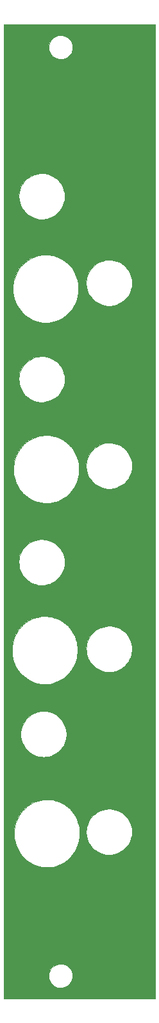
<source format=gbr>
G04 #@! TF.GenerationSoftware,KiCad,Pcbnew,(5.1.9)-1*
G04 #@! TF.CreationDate,2021-08-04T02:24:11+02:00*
G04 #@! TF.ProjectId,sequswit-panel,73657175-7377-4697-942d-70616e656c2e,rev?*
G04 #@! TF.SameCoordinates,Original*
G04 #@! TF.FileFunction,Copper,L2,Bot*
G04 #@! TF.FilePolarity,Positive*
%FSLAX46Y46*%
G04 Gerber Fmt 4.6, Leading zero omitted, Abs format (unit mm)*
G04 Created by KiCad (PCBNEW (5.1.9)-1) date 2021-08-04 02:24:11*
%MOMM*%
%LPD*%
G01*
G04 APERTURE LIST*
G04 #@! TA.AperFunction,EtchedComponent*
%ADD10C,0.010000*%
G04 #@! TD*
G04 APERTURE END LIST*
D10*
G04 #@! TO.C,Ref\u002A\u002A*
G36*
X229721834Y-192135033D02*
G01*
X209719334Y-192135033D01*
X209719334Y-189139950D01*
X215638407Y-189139950D01*
X215658058Y-189399096D01*
X215716865Y-189642156D01*
X215814854Y-189869193D01*
X215952048Y-190080270D01*
X216054676Y-190200869D01*
X216232546Y-190370157D01*
X216418115Y-190502578D01*
X216620338Y-190603579D01*
X216833703Y-190674765D01*
X216987993Y-190703165D01*
X217165729Y-190714589D01*
X217351805Y-190709546D01*
X217531116Y-190688547D01*
X217688554Y-190652101D01*
X217709750Y-190645197D01*
X217926741Y-190554469D01*
X218120903Y-190436120D01*
X218302595Y-190283570D01*
X218344750Y-190241896D01*
X218469581Y-190105346D01*
X218566095Y-189974850D01*
X218643181Y-189836270D01*
X218709729Y-189675467D01*
X218721336Y-189642895D01*
X218767416Y-189467772D01*
X218794127Y-189270617D01*
X218800565Y-189067493D01*
X218785828Y-188874462D01*
X218769628Y-188783997D01*
X218696125Y-188548773D01*
X218585544Y-188328007D01*
X218441994Y-188126374D01*
X218269583Y-187948544D01*
X218072420Y-187799192D01*
X217854613Y-187682990D01*
X217773036Y-187650569D01*
X217518219Y-187577833D01*
X217268632Y-187546946D01*
X217022608Y-187557989D01*
X216778481Y-187611041D01*
X216534583Y-187706184D01*
X216524417Y-187711055D01*
X216305235Y-187840007D01*
X216110841Y-188002365D01*
X215943949Y-188195413D01*
X215807274Y-188416433D01*
X215794640Y-188441450D01*
X215720174Y-188612918D01*
X215671577Y-188779551D01*
X215645469Y-188956454D01*
X215638407Y-189139950D01*
X209719334Y-189139950D01*
X209719334Y-170341155D01*
X211074000Y-170341155D01*
X211082161Y-170657903D01*
X211108197Y-170950349D01*
X211154439Y-171233024D01*
X211223217Y-171520461D01*
X211307968Y-171800290D01*
X211460598Y-172199682D01*
X211648514Y-172578808D01*
X211869561Y-172935627D01*
X212121582Y-173268094D01*
X212402418Y-173574169D01*
X212709915Y-173851809D01*
X213041914Y-174098972D01*
X213396259Y-174313615D01*
X213770793Y-174493697D01*
X214163358Y-174637173D01*
X214364256Y-174694168D01*
X214478786Y-174721881D01*
X214597940Y-174747830D01*
X214704429Y-174768377D01*
X214757000Y-174776875D01*
X214842108Y-174789132D01*
X214916984Y-174800233D01*
X214966368Y-174807914D01*
X214968667Y-174808297D01*
X215030861Y-174813890D01*
X215127069Y-174816582D01*
X215249093Y-174816653D01*
X215388732Y-174814386D01*
X215537789Y-174810062D01*
X215688063Y-174803963D01*
X215831356Y-174796370D01*
X215959468Y-174787566D01*
X216064200Y-174777832D01*
X216132834Y-174768301D01*
X216547062Y-174671312D01*
X216946464Y-174535583D01*
X217328756Y-174362808D01*
X217691657Y-174154680D01*
X218032883Y-173912893D01*
X218350152Y-173639138D01*
X218641182Y-173335109D01*
X218903689Y-173002499D01*
X219135392Y-172643001D01*
X219229891Y-172471200D01*
X219411371Y-172079918D01*
X219553441Y-171679487D01*
X219656760Y-171272528D01*
X219721987Y-170861663D01*
X219749783Y-170449512D01*
X219743222Y-170149253D01*
X220590511Y-170149253D01*
X220595281Y-170343223D01*
X220608415Y-170522945D01*
X220629378Y-170672033D01*
X220717382Y-171025965D01*
X220843075Y-171360903D01*
X221006047Y-171676040D01*
X221205885Y-171970572D01*
X221424500Y-172225333D01*
X221690216Y-172474951D01*
X221974824Y-172686860D01*
X222279276Y-172861568D01*
X222604523Y-172999581D01*
X222951516Y-173101406D01*
X223139000Y-173139894D01*
X223250891Y-173153346D01*
X223393767Y-173161012D01*
X223556722Y-173163189D01*
X223728846Y-173160174D01*
X223899233Y-173152267D01*
X224056974Y-173139763D01*
X224191162Y-173122962D01*
X224263576Y-173109191D01*
X224615087Y-173007614D01*
X224943055Y-172871079D01*
X225249000Y-172698751D01*
X225534438Y-172489789D01*
X225763892Y-172280925D01*
X226005913Y-172009613D01*
X226212142Y-171715982D01*
X226381745Y-171401566D01*
X226513885Y-171067902D01*
X226603737Y-170735533D01*
X226617822Y-170659847D01*
X226628068Y-170579114D01*
X226634943Y-170485347D01*
X226638916Y-170370562D01*
X226640455Y-170226773D01*
X226640361Y-170111116D01*
X226639501Y-169960511D01*
X226637688Y-169843648D01*
X226634093Y-169751935D01*
X226627883Y-169676780D01*
X226618229Y-169609592D01*
X226604300Y-169541778D01*
X226585266Y-169464748D01*
X226573561Y-169420037D01*
X226459428Y-169066031D01*
X226310980Y-168735713D01*
X226129894Y-168430653D01*
X225917847Y-168152421D01*
X225676513Y-167902588D01*
X225407570Y-167682723D01*
X225112694Y-167494398D01*
X224793561Y-167339181D01*
X224451848Y-167218645D01*
X224144417Y-167144537D01*
X224001488Y-167124343D01*
X223830594Y-167111786D01*
X223644808Y-167106857D01*
X223457204Y-167109547D01*
X223280854Y-167119848D01*
X223128830Y-167137753D01*
X223086851Y-167145206D01*
X222733027Y-167235456D01*
X222398604Y-167361830D01*
X222085637Y-167522259D01*
X221796185Y-167714674D01*
X221532303Y-167937007D01*
X221296050Y-168187189D01*
X221089480Y-168463151D01*
X220914652Y-168762825D01*
X220773622Y-169084142D01*
X220668447Y-169425032D01*
X220626732Y-169619551D01*
X220606202Y-169773649D01*
X220594140Y-169954806D01*
X220590511Y-170149253D01*
X219743222Y-170149253D01*
X219740805Y-170038699D01*
X219695713Y-169631844D01*
X219615168Y-169231570D01*
X219499827Y-168840497D01*
X219350350Y-168461248D01*
X219167397Y-168096445D01*
X218951626Y-167748709D01*
X218703697Y-167420661D01*
X218424270Y-167114924D01*
X218114003Y-166834120D01*
X217773556Y-166580869D01*
X217743635Y-166560953D01*
X217376660Y-166343547D01*
X216995719Y-166165580D01*
X216603088Y-166027396D01*
X216201041Y-165929339D01*
X215791852Y-165871753D01*
X215377797Y-165854982D01*
X214961151Y-165879371D01*
X214544187Y-165945263D01*
X214215308Y-166027106D01*
X213839176Y-166157642D01*
X213473203Y-166327102D01*
X213121312Y-166532538D01*
X212787425Y-166771001D01*
X212475465Y-167039543D01*
X212189352Y-167335218D01*
X211933008Y-167655077D01*
X211809067Y-167835700D01*
X211585884Y-168217899D01*
X211402922Y-168613291D01*
X211260218Y-169021747D01*
X211157810Y-169443141D01*
X211095734Y-169877345D01*
X211074028Y-170324232D01*
X211074000Y-170341155D01*
X209719334Y-170341155D01*
X209719334Y-157233584D01*
X211924701Y-157233584D01*
X211942595Y-157575877D01*
X211998644Y-157913869D01*
X212092581Y-158240604D01*
X212227893Y-158562931D01*
X212397122Y-158863396D01*
X212597315Y-159140120D01*
X212825520Y-159391223D01*
X213078784Y-159614825D01*
X213354154Y-159809048D01*
X213648680Y-159972011D01*
X213959406Y-160101835D01*
X214283382Y-160196641D01*
X214617655Y-160254549D01*
X214959273Y-160273679D01*
X215260543Y-160257275D01*
X215615299Y-160198601D01*
X215956835Y-160100604D01*
X216282426Y-159964972D01*
X216589348Y-159793391D01*
X216874879Y-159587550D01*
X217136293Y-159349138D01*
X217370867Y-159079841D01*
X217534028Y-158848533D01*
X217641316Y-158659761D01*
X217742559Y-158441217D01*
X217832807Y-158205447D01*
X217907112Y-157964998D01*
X217946546Y-157802700D01*
X217965636Y-157679958D01*
X217978677Y-157526809D01*
X217985678Y-157354589D01*
X217986652Y-157174633D01*
X217981608Y-156998278D01*
X217970556Y-156836861D01*
X217953509Y-156701719D01*
X217945479Y-156659700D01*
X217847930Y-156302228D01*
X217715179Y-155965787D01*
X217548702Y-155652257D01*
X217349973Y-155363518D01*
X217120466Y-155101450D01*
X216861657Y-154867935D01*
X216575020Y-154664852D01*
X216262030Y-154494081D01*
X216238663Y-154483151D01*
X216021625Y-154389682D01*
X215819739Y-154319113D01*
X215620385Y-154268526D01*
X215410940Y-154235001D01*
X215178784Y-154215620D01*
X215060343Y-154210632D01*
X214835618Y-154207980D01*
X214639186Y-154216611D01*
X214458090Y-154238289D01*
X214279374Y-154274779D01*
X214090081Y-154327848D01*
X214009397Y-154353816D01*
X213674358Y-154485350D01*
X213365594Y-154649493D01*
X213082013Y-154847101D01*
X212822522Y-155079028D01*
X212586029Y-155346129D01*
X212388977Y-155621882D01*
X212224060Y-155915276D01*
X212094642Y-156227836D01*
X212001256Y-156554870D01*
X211944431Y-156891684D01*
X211924701Y-157233584D01*
X209719334Y-157233584D01*
X209719334Y-146012866D01*
X210784473Y-146012866D01*
X210788228Y-146441605D01*
X210831331Y-146862533D01*
X210912194Y-147273317D01*
X211029228Y-147671628D01*
X211180845Y-148055134D01*
X211365457Y-148421504D01*
X211581474Y-148768407D01*
X211827309Y-149093512D01*
X212101372Y-149394488D01*
X212402076Y-149669004D01*
X212727831Y-149914728D01*
X213077049Y-150129330D01*
X213448142Y-150310478D01*
X213804500Y-150444608D01*
X214206964Y-150556311D01*
X214605152Y-150627159D01*
X215004104Y-150657593D01*
X215408854Y-150648056D01*
X215729945Y-150613422D01*
X216135742Y-150534518D01*
X216528102Y-150416773D01*
X216904960Y-150262126D01*
X217264248Y-150072515D01*
X217603900Y-149849878D01*
X217921850Y-149596152D01*
X218216030Y-149313275D01*
X218484375Y-149003186D01*
X218724816Y-148667821D01*
X218935289Y-148309120D01*
X219113725Y-147929020D01*
X219258059Y-147529458D01*
X219340391Y-147227913D01*
X219406774Y-146875817D01*
X219445430Y-146503880D01*
X219456313Y-146123168D01*
X219451377Y-146012866D01*
X220591042Y-146012866D01*
X220605887Y-146342027D01*
X220652193Y-146650117D01*
X220732244Y-146946736D01*
X220848323Y-147241484D01*
X220917354Y-147384813D01*
X221096204Y-147690714D01*
X221307604Y-147971325D01*
X221548658Y-148224505D01*
X221816472Y-148448109D01*
X222108150Y-148639995D01*
X222420797Y-148798020D01*
X222751518Y-148920041D01*
X223097416Y-149003915D01*
X223107250Y-149005686D01*
X223229645Y-149021437D01*
X223381541Y-149031738D01*
X223550455Y-149036552D01*
X223723903Y-149035845D01*
X223889402Y-149029580D01*
X224034467Y-149017721D01*
X224102715Y-149008529D01*
X224417849Y-148940241D01*
X224720256Y-148838233D01*
X224915426Y-148752337D01*
X225236313Y-148576592D01*
X225526773Y-148371414D01*
X225786863Y-148136751D01*
X226016637Y-147872547D01*
X226216151Y-147578747D01*
X226345811Y-147339250D01*
X226461661Y-147079773D01*
X226547577Y-146832142D01*
X226605878Y-146585313D01*
X226638884Y-146328242D01*
X226648912Y-146049884D01*
X226646329Y-145907996D01*
X226626286Y-145614004D01*
X226584752Y-145346178D01*
X226518913Y-145092691D01*
X226425953Y-144841716D01*
X226355499Y-144686405D01*
X226227760Y-144455267D01*
X226068866Y-144222204D01*
X225887454Y-143997752D01*
X225692160Y-143792447D01*
X225491622Y-143616828D01*
X225456932Y-143590157D01*
X225160451Y-143392716D01*
X224847901Y-143232912D01*
X224522615Y-143111053D01*
X224187927Y-143027448D01*
X223847172Y-142982406D01*
X223503683Y-142976234D01*
X223160796Y-143009241D01*
X222821843Y-143081736D01*
X222490159Y-143194027D01*
X222267018Y-143295003D01*
X221954285Y-143475121D01*
X221668823Y-143687037D01*
X221412266Y-143928862D01*
X221186249Y-144198707D01*
X220992405Y-144494683D01*
X220832369Y-144814900D01*
X220737822Y-145062905D01*
X220675847Y-145268094D01*
X220632516Y-145462686D01*
X220605591Y-145661165D01*
X220592832Y-145878014D01*
X220591042Y-146012866D01*
X219451377Y-146012866D01*
X219439377Y-145744747D01*
X219394574Y-145379684D01*
X219349212Y-145149246D01*
X219232049Y-144730024D01*
X219079070Y-144330053D01*
X218892174Y-143951112D01*
X218673257Y-143594982D01*
X218424218Y-143263442D01*
X218146955Y-142958271D01*
X217843367Y-142681251D01*
X217515351Y-142434160D01*
X217164805Y-142218778D01*
X216793628Y-142036886D01*
X216403718Y-141890263D01*
X215996973Y-141780689D01*
X215698917Y-141726346D01*
X215398362Y-141696493D01*
X215076597Y-141690404D01*
X214746948Y-141707362D01*
X214422741Y-141746651D01*
X214117304Y-141807554D01*
X214097816Y-141812396D01*
X213694751Y-141935388D01*
X213308311Y-142096372D01*
X212940713Y-142293535D01*
X212594177Y-142525060D01*
X212270921Y-142789134D01*
X211973163Y-143083941D01*
X211703122Y-143407669D01*
X211463016Y-143758501D01*
X211255063Y-144134623D01*
X211252608Y-144139616D01*
X211093094Y-144496837D01*
X210969011Y-144849466D01*
X210878037Y-145206792D01*
X210817852Y-145578104D01*
X210786134Y-145972691D01*
X210784473Y-146012866D01*
X209719334Y-146012866D01*
X209719334Y-134572283D01*
X211701024Y-134572283D01*
X211720091Y-134936442D01*
X211777495Y-135282801D01*
X211873540Y-135612088D01*
X212008528Y-135925032D01*
X212182764Y-136222360D01*
X212396550Y-136504800D01*
X212596505Y-136720768D01*
X212869020Y-136963795D01*
X213159310Y-137168459D01*
X213468134Y-137335155D01*
X213796251Y-137464282D01*
X214144420Y-137556238D01*
X214216053Y-137570118D01*
X214367480Y-137589986D01*
X214546503Y-137601026D01*
X214740579Y-137603484D01*
X214937166Y-137597612D01*
X215123723Y-137583655D01*
X215287707Y-137561865D01*
X215360250Y-137547438D01*
X215605116Y-137483059D01*
X215826625Y-137406400D01*
X216043379Y-137310797D01*
X216101798Y-137281737D01*
X216414187Y-137099928D01*
X216698605Y-136886792D01*
X216953577Y-136644022D01*
X217177627Y-136373307D01*
X217369280Y-136076338D01*
X217527061Y-135754806D01*
X217599973Y-135564935D01*
X217649030Y-135418410D01*
X217686462Y-135290333D01*
X217713736Y-135170825D01*
X217732317Y-135050009D01*
X217743672Y-134918007D01*
X217749269Y-134764939D01*
X217750574Y-134580928D01*
X217750494Y-134551116D01*
X217749683Y-134400592D01*
X217747916Y-134283818D01*
X217744363Y-134192212D01*
X217738195Y-134117191D01*
X217728581Y-134050172D01*
X217714693Y-133982572D01*
X217695700Y-133905810D01*
X217683694Y-133860037D01*
X217569001Y-133503888D01*
X217420503Y-133172186D01*
X217239688Y-132866359D01*
X217028046Y-132587834D01*
X216787065Y-132338038D01*
X216518234Y-132118399D01*
X216223043Y-131930343D01*
X215902981Y-131775298D01*
X215559535Y-131654691D01*
X215320119Y-131594508D01*
X215186186Y-131572779D01*
X215023651Y-131557176D01*
X214844633Y-131547921D01*
X214661252Y-131545235D01*
X214485627Y-131549340D01*
X214329877Y-131560458D01*
X214227834Y-131574532D01*
X213878682Y-131659170D01*
X213545187Y-131781406D01*
X213230165Y-131939118D01*
X212936432Y-132130184D01*
X212666805Y-132352481D01*
X212424099Y-132603888D01*
X212211131Y-132882282D01*
X212030717Y-133185541D01*
X211994814Y-133257157D01*
X211874997Y-133535239D01*
X211788284Y-133810591D01*
X211732348Y-134093636D01*
X211704860Y-134394796D01*
X211701024Y-134572283D01*
X209719334Y-134572283D01*
X209719334Y-122478865D01*
X210993695Y-122478865D01*
X211005658Y-122747647D01*
X211032443Y-122998396D01*
X211075638Y-123242446D01*
X211136831Y-123491129D01*
X211214241Y-123745533D01*
X211364544Y-124139149D01*
X211550479Y-124515285D01*
X211769574Y-124871316D01*
X212019356Y-125204615D01*
X212297353Y-125512555D01*
X212601093Y-125792511D01*
X212928102Y-126041856D01*
X213275909Y-126257964D01*
X213642040Y-126438209D01*
X213815084Y-126508036D01*
X214220740Y-126639807D01*
X214628048Y-126730789D01*
X215034877Y-126780686D01*
X215439097Y-126789202D01*
X215712549Y-126771087D01*
X216123937Y-126710476D01*
X216516261Y-126614090D01*
X216895656Y-126480168D01*
X217187374Y-126348115D01*
X217569223Y-126135745D01*
X217922220Y-125892427D01*
X218246016Y-125618510D01*
X218540267Y-125314345D01*
X218804625Y-124980279D01*
X219038743Y-124616663D01*
X219192883Y-124327616D01*
X219344151Y-123989720D01*
X219463813Y-123654201D01*
X219556292Y-123307068D01*
X219618611Y-122981440D01*
X219635993Y-122837857D01*
X219648070Y-122663265D01*
X219654842Y-122468650D01*
X219656311Y-122265004D01*
X219652475Y-122063315D01*
X219644057Y-121889473D01*
X220589056Y-121889473D01*
X220597699Y-122110895D01*
X220618993Y-122315986D01*
X220639484Y-122433200D01*
X220730963Y-122780943D01*
X220853771Y-123101963D01*
X221010001Y-123400151D01*
X221201747Y-123679400D01*
X221431101Y-123943603D01*
X221476522Y-123989844D01*
X221747211Y-124233008D01*
X222034470Y-124437367D01*
X222339391Y-124603514D01*
X222663066Y-124732044D01*
X223003946Y-124823006D01*
X223112875Y-124845225D01*
X223200445Y-124861285D01*
X223277079Y-124871998D01*
X223353202Y-124878178D01*
X223439239Y-124880637D01*
X223545612Y-124880188D01*
X223682747Y-124877644D01*
X223699917Y-124877277D01*
X223909373Y-124868860D01*
X224082740Y-124853139D01*
X224225715Y-124829591D01*
X224229084Y-124828869D01*
X224580917Y-124732061D01*
X224913420Y-124598473D01*
X225224487Y-124429731D01*
X225512011Y-124227457D01*
X225773884Y-123993276D01*
X226008002Y-123728812D01*
X226212256Y-123435690D01*
X226344708Y-123197766D01*
X226409183Y-123054022D01*
X226473582Y-122883410D01*
X226532988Y-122701117D01*
X226582481Y-122522331D01*
X226617144Y-122362238D01*
X226619230Y-122350095D01*
X226638317Y-122193268D01*
X226649149Y-122009687D01*
X226651725Y-121814116D01*
X226646045Y-121621321D01*
X226632109Y-121446067D01*
X226619230Y-121352138D01*
X226542335Y-121018339D01*
X226426086Y-120691894D01*
X226273432Y-120378557D01*
X226087323Y-120084089D01*
X225870708Y-119814245D01*
X225784834Y-119723231D01*
X225518170Y-119481971D01*
X225230075Y-119276324D01*
X224923174Y-119107325D01*
X224600092Y-118976013D01*
X224263455Y-118883423D01*
X223915889Y-118830592D01*
X223560019Y-118818557D01*
X223498834Y-118820645D01*
X223135994Y-118856348D01*
X222790200Y-118930797D01*
X222461383Y-119044024D01*
X222149474Y-119196060D01*
X221854405Y-119386934D01*
X221576107Y-119616676D01*
X221476522Y-119712388D01*
X221240359Y-119974266D01*
X221041906Y-120251022D01*
X220879135Y-120546428D01*
X220750016Y-120864257D01*
X220652521Y-121208280D01*
X220639075Y-121269033D01*
X220609738Y-121454361D01*
X220593067Y-121665901D01*
X220589056Y-121889473D01*
X219644057Y-121889473D01*
X219643335Y-121874571D01*
X219628892Y-121709764D01*
X219618584Y-121632642D01*
X219529082Y-121190968D01*
X219401763Y-120767066D01*
X219237127Y-120362091D01*
X219035675Y-119977200D01*
X218797908Y-119613547D01*
X218672482Y-119448700D01*
X218586729Y-119347602D01*
X218479001Y-119230294D01*
X218357751Y-119105149D01*
X218231427Y-118980536D01*
X218108482Y-118864826D01*
X217997365Y-118766389D01*
X217921417Y-118704747D01*
X217570789Y-118463682D01*
X217198931Y-118258182D01*
X216809378Y-118089673D01*
X216405666Y-117959580D01*
X215991330Y-117869330D01*
X215773962Y-117838746D01*
X215613044Y-117826317D01*
X215424106Y-117821424D01*
X215219975Y-117823624D01*
X215013479Y-117832480D01*
X214817445Y-117847551D01*
X214644702Y-117868396D01*
X214576571Y-117879807D01*
X214166045Y-117977758D01*
X213770797Y-118113984D01*
X213392952Y-118286526D01*
X213034636Y-118493421D01*
X212697974Y-118732706D01*
X212385093Y-119002421D01*
X212098117Y-119300603D01*
X211839172Y-119625291D01*
X211610385Y-119974522D01*
X211413880Y-120346335D01*
X211251784Y-120738767D01*
X211156666Y-121036200D01*
X211105474Y-121228237D01*
X211066225Y-121402707D01*
X211037260Y-121571358D01*
X211016919Y-121745939D01*
X211003541Y-121938201D01*
X210995466Y-122159890D01*
X210994965Y-122180716D01*
X210993695Y-122478865D01*
X209719334Y-122478865D01*
X209719334Y-110421116D01*
X211701024Y-110421116D01*
X211713366Y-110731857D01*
X211752066Y-111019103D01*
X211819637Y-111294338D01*
X211918590Y-111569044D01*
X211985004Y-111719173D01*
X212139589Y-112002217D01*
X212330505Y-112273217D01*
X212552241Y-112526535D01*
X212799282Y-112756535D01*
X213066115Y-112957578D01*
X213347227Y-113124029D01*
X213370584Y-113135890D01*
X213565209Y-113223009D01*
X213781326Y-113301860D01*
X214004652Y-113368154D01*
X214220901Y-113417602D01*
X214397167Y-113444105D01*
X214524323Y-113452356D01*
X214677407Y-113454844D01*
X214840630Y-113451929D01*
X214998205Y-113443971D01*
X215134343Y-113431328D01*
X215169750Y-113426511D01*
X215520099Y-113353243D01*
X215853701Y-113242302D01*
X216168351Y-113095773D01*
X216461842Y-112915740D01*
X216731968Y-112704289D01*
X216976521Y-112463505D01*
X217193296Y-112195472D01*
X217380087Y-111902275D01*
X217534686Y-111586000D01*
X217654886Y-111248731D01*
X217712531Y-111023798D01*
X217731159Y-110907102D01*
X217744382Y-110759058D01*
X217752200Y-110590305D01*
X217754613Y-110411482D01*
X217751622Y-110233227D01*
X217743226Y-110066179D01*
X217729426Y-109920977D01*
X217712531Y-109818435D01*
X217615500Y-109469696D01*
X217482504Y-109140442D01*
X217315814Y-108832760D01*
X217117700Y-108548740D01*
X216890436Y-108290470D01*
X216636291Y-108060039D01*
X216357538Y-107859537D01*
X216056448Y-107691052D01*
X215735292Y-107556673D01*
X215396342Y-107458489D01*
X215087057Y-107403924D01*
X214807798Y-107385307D01*
X214511815Y-107395311D01*
X214212170Y-107432480D01*
X213921927Y-107495356D01*
X213726205Y-107555693D01*
X213411530Y-107688379D01*
X213112044Y-107857512D01*
X212831855Y-108059395D01*
X212575071Y-108290330D01*
X212345798Y-108546619D01*
X212148145Y-108824566D01*
X211986219Y-109120471D01*
X211985004Y-109123060D01*
X211868301Y-109402174D01*
X211784320Y-109675698D01*
X211730548Y-109955114D01*
X211704473Y-110251906D01*
X211701024Y-110421116D01*
X209719334Y-110421116D01*
X209719334Y-98509213D01*
X210907392Y-98509213D01*
X210909919Y-98715397D01*
X210920161Y-98897940D01*
X210924125Y-98939749D01*
X210990455Y-99379639D01*
X211095343Y-99805240D01*
X211237848Y-100214493D01*
X211417025Y-100605336D01*
X211631931Y-100975711D01*
X211881621Y-101323557D01*
X212163089Y-101644678D01*
X212480393Y-101944277D01*
X212817367Y-102206419D01*
X213174330Y-102431302D01*
X213551598Y-102619121D01*
X213949490Y-102770070D01*
X214037334Y-102797598D01*
X214185527Y-102837748D01*
X214360039Y-102877716D01*
X214544956Y-102914385D01*
X214724366Y-102944637D01*
X214882355Y-102965353D01*
X214905167Y-102967630D01*
X215001837Y-102972735D01*
X215129544Y-102973738D01*
X215277238Y-102971086D01*
X215433868Y-102965227D01*
X215588382Y-102956607D01*
X215729730Y-102945673D01*
X215846861Y-102932873D01*
X215878834Y-102928235D01*
X216292465Y-102841962D01*
X216691310Y-102717102D01*
X217073289Y-102555449D01*
X217436324Y-102358795D01*
X217778334Y-102128936D01*
X218097241Y-101867664D01*
X218390964Y-101576774D01*
X218657426Y-101258059D01*
X218894547Y-100913313D01*
X219100248Y-100544329D01*
X219272449Y-100152903D01*
X219350710Y-99933033D01*
X219469443Y-99504472D01*
X219546641Y-99072346D01*
X219582453Y-98638898D01*
X219577031Y-98206369D01*
X219530526Y-97777003D01*
X219526911Y-97759473D01*
X220589056Y-97759473D01*
X220597699Y-97980895D01*
X220618993Y-98185986D01*
X220639484Y-98303200D01*
X220730845Y-98650549D01*
X220853516Y-98971240D01*
X221009681Y-99269332D01*
X221201523Y-99548889D01*
X221431225Y-99813970D01*
X221476696Y-99860396D01*
X221746566Y-100103180D01*
X222034032Y-100307537D01*
X222339852Y-100473880D01*
X222664781Y-100602620D01*
X223003946Y-100693006D01*
X223112875Y-100715225D01*
X223200445Y-100731285D01*
X223277079Y-100741998D01*
X223353202Y-100748178D01*
X223439239Y-100750637D01*
X223545612Y-100750188D01*
X223682747Y-100747644D01*
X223699917Y-100747277D01*
X223909373Y-100738860D01*
X224082740Y-100723139D01*
X224225715Y-100699591D01*
X224229084Y-100698869D01*
X224580925Y-100602218D01*
X224912582Y-100469417D01*
X225222044Y-100302264D01*
X225507300Y-100102554D01*
X225766341Y-99872084D01*
X225997157Y-99612650D01*
X226197736Y-99326050D01*
X226366069Y-99014078D01*
X226500145Y-98678532D01*
X226504451Y-98665600D01*
X226571772Y-98437350D01*
X226617183Y-98220288D01*
X226643255Y-97998043D01*
X226652555Y-97754243D01*
X226652667Y-97721116D01*
X226645300Y-97473431D01*
X226621487Y-97249369D01*
X226578658Y-97032556D01*
X226514244Y-96806621D01*
X226504451Y-96776633D01*
X226371847Y-96440769D01*
X226204847Y-96128243D01*
X226005503Y-95840861D01*
X225775871Y-95580432D01*
X225518002Y-95348761D01*
X225233951Y-95147657D01*
X224925771Y-94978927D01*
X224595515Y-94844378D01*
X224245237Y-94745818D01*
X224181880Y-94732374D01*
X224037322Y-94711079D01*
X223863491Y-94697982D01*
X223672624Y-94692968D01*
X223476957Y-94695925D01*
X223288727Y-94706737D01*
X223120170Y-94725291D01*
X223018596Y-94743220D01*
X222668055Y-94838380D01*
X222341814Y-94967697D01*
X222037473Y-95132477D01*
X221752632Y-95334024D01*
X221484891Y-95573644D01*
X221476696Y-95581837D01*
X221240944Y-95843483D01*
X221043183Y-96118650D01*
X220881119Y-96411605D01*
X220752458Y-96726615D01*
X220654903Y-97067944D01*
X220639075Y-97139033D01*
X220609738Y-97324361D01*
X220593067Y-97535901D01*
X220589056Y-97759473D01*
X219526911Y-97759473D01*
X219443087Y-97353041D01*
X219314866Y-96936726D01*
X219146014Y-96530301D01*
X219118147Y-96472283D01*
X218909896Y-96092463D01*
X218670085Y-95738819D01*
X218400802Y-95412957D01*
X218104134Y-95116487D01*
X217782169Y-94851015D01*
X217436994Y-94618150D01*
X217070697Y-94419500D01*
X216685365Y-94256672D01*
X216283086Y-94131275D01*
X215995763Y-94067236D01*
X215846137Y-94045018D01*
X215666965Y-94027686D01*
X215470568Y-94015664D01*
X215269269Y-94009376D01*
X215075392Y-94009247D01*
X214901259Y-94015702D01*
X214786932Y-94025596D01*
X214366939Y-94095755D01*
X213962031Y-94204364D01*
X213574022Y-94349675D01*
X213204725Y-94529937D01*
X212855954Y-94743402D01*
X212529523Y-94988321D01*
X212227247Y-95262945D01*
X211950939Y-95565523D01*
X211702413Y-95894308D01*
X211483482Y-96247550D01*
X211295962Y-96623500D01*
X211141665Y-97020409D01*
X211022406Y-97436527D01*
X210965586Y-97710533D01*
X210941677Y-97880049D01*
X210923714Y-98078416D01*
X210912138Y-98292512D01*
X210907392Y-98509213D01*
X209719334Y-98509213D01*
X209719334Y-86289181D01*
X211699824Y-86289181D01*
X211704124Y-86487066D01*
X211717192Y-86671324D01*
X211739029Y-86828193D01*
X211739538Y-86830866D01*
X211827281Y-87183752D01*
X211951439Y-87515175D01*
X212112526Y-87826107D01*
X212311056Y-88117520D01*
X212547545Y-88390384D01*
X212586394Y-88429844D01*
X212855532Y-88671482D01*
X213141849Y-88875058D01*
X213446890Y-89041320D01*
X213772196Y-89171018D01*
X214119312Y-89264901D01*
X214407750Y-89313951D01*
X214497560Y-89321194D01*
X214616376Y-89324629D01*
X214751054Y-89324420D01*
X214888453Y-89320732D01*
X215015432Y-89313730D01*
X215106250Y-89305187D01*
X215448367Y-89242296D01*
X215782341Y-89138623D01*
X216105466Y-88995369D01*
X216415033Y-88813732D01*
X216708334Y-88594915D01*
X216708539Y-88594744D01*
X216944501Y-88371389D01*
X217157292Y-88115896D01*
X217343911Y-87833346D01*
X217501362Y-87528816D01*
X217626647Y-87207387D01*
X217712531Y-86893798D01*
X217731159Y-86777102D01*
X217744382Y-86629058D01*
X217752200Y-86460305D01*
X217754613Y-86281482D01*
X217751622Y-86103227D01*
X217743226Y-85936179D01*
X217729426Y-85790977D01*
X217712531Y-85688435D01*
X217615618Y-85339916D01*
X217482637Y-85010204D01*
X217315763Y-84701588D01*
X217117173Y-84416357D01*
X216889041Y-84156803D01*
X216633544Y-83925214D01*
X216352856Y-83723881D01*
X216049154Y-83555094D01*
X215724613Y-83421143D01*
X215491636Y-83350735D01*
X215153601Y-83284431D01*
X214806776Y-83257168D01*
X214457745Y-83268637D01*
X214113093Y-83318531D01*
X213779404Y-83406543D01*
X213698667Y-83434393D01*
X213374591Y-83573767D01*
X213072046Y-83748186D01*
X212793254Y-83955022D01*
X212540438Y-84191645D01*
X212315821Y-84455428D01*
X212121625Y-84743741D01*
X211960073Y-85053956D01*
X211833388Y-85383444D01*
X211743792Y-85729576D01*
X211739538Y-85751366D01*
X211717531Y-85907570D01*
X211704293Y-86091428D01*
X211699824Y-86289181D01*
X209719334Y-86289181D01*
X209719334Y-66632749D01*
X215632222Y-66632749D01*
X215654003Y-66885053D01*
X215718016Y-67139659D01*
X215721964Y-67151395D01*
X215820433Y-67378457D01*
X215951758Y-67583876D01*
X216111693Y-67765146D01*
X216295991Y-67919759D01*
X216500405Y-68045210D01*
X216720690Y-68138992D01*
X216952599Y-68198599D01*
X217191885Y-68221523D01*
X217434301Y-68205258D01*
X217490930Y-68195543D01*
X217749368Y-68125864D01*
X217985091Y-68021112D01*
X218196335Y-67882641D01*
X218381336Y-67711804D01*
X218538332Y-67509956D01*
X218654489Y-67302339D01*
X218718578Y-67153155D01*
X218761858Y-67015584D01*
X218787003Y-66875788D01*
X218796684Y-66719929D01*
X218795092Y-66574366D01*
X218789624Y-66451528D01*
X218781107Y-66357069D01*
X218767258Y-66277045D01*
X218745795Y-66197508D01*
X218721426Y-66124337D01*
X218655728Y-65957906D01*
X218581142Y-65816309D01*
X218488764Y-65685386D01*
X218369688Y-65550974D01*
X218344750Y-65525336D01*
X218164505Y-65363772D01*
X217974331Y-65238024D01*
X217763963Y-65141579D01*
X217709750Y-65122211D01*
X217618285Y-65094179D01*
X217530499Y-65075326D01*
X217431837Y-65063352D01*
X217307744Y-65055958D01*
X217284790Y-65055055D01*
X217073187Y-65056993D01*
X216884070Y-65081959D01*
X216702530Y-65133133D01*
X216513660Y-65213696D01*
X216492667Y-65224055D01*
X216339140Y-65317129D01*
X216184793Y-65440150D01*
X216040029Y-65582859D01*
X215915251Y-65734995D01*
X215820859Y-65886299D01*
X215820484Y-65887029D01*
X215715443Y-66133999D01*
X215652696Y-66382485D01*
X215632222Y-66632749D01*
X209719334Y-66632749D01*
X209719334Y-63632200D01*
X229721834Y-63632200D01*
X229721834Y-192135033D01*
G37*
X229721834Y-192135033D02*
X209719334Y-192135033D01*
X209719334Y-189139950D01*
X215638407Y-189139950D01*
X215658058Y-189399096D01*
X215716865Y-189642156D01*
X215814854Y-189869193D01*
X215952048Y-190080270D01*
X216054676Y-190200869D01*
X216232546Y-190370157D01*
X216418115Y-190502578D01*
X216620338Y-190603579D01*
X216833703Y-190674765D01*
X216987993Y-190703165D01*
X217165729Y-190714589D01*
X217351805Y-190709546D01*
X217531116Y-190688547D01*
X217688554Y-190652101D01*
X217709750Y-190645197D01*
X217926741Y-190554469D01*
X218120903Y-190436120D01*
X218302595Y-190283570D01*
X218344750Y-190241896D01*
X218469581Y-190105346D01*
X218566095Y-189974850D01*
X218643181Y-189836270D01*
X218709729Y-189675467D01*
X218721336Y-189642895D01*
X218767416Y-189467772D01*
X218794127Y-189270617D01*
X218800565Y-189067493D01*
X218785828Y-188874462D01*
X218769628Y-188783997D01*
X218696125Y-188548773D01*
X218585544Y-188328007D01*
X218441994Y-188126374D01*
X218269583Y-187948544D01*
X218072420Y-187799192D01*
X217854613Y-187682990D01*
X217773036Y-187650569D01*
X217518219Y-187577833D01*
X217268632Y-187546946D01*
X217022608Y-187557989D01*
X216778481Y-187611041D01*
X216534583Y-187706184D01*
X216524417Y-187711055D01*
X216305235Y-187840007D01*
X216110841Y-188002365D01*
X215943949Y-188195413D01*
X215807274Y-188416433D01*
X215794640Y-188441450D01*
X215720174Y-188612918D01*
X215671577Y-188779551D01*
X215645469Y-188956454D01*
X215638407Y-189139950D01*
X209719334Y-189139950D01*
X209719334Y-170341155D01*
X211074000Y-170341155D01*
X211082161Y-170657903D01*
X211108197Y-170950349D01*
X211154439Y-171233024D01*
X211223217Y-171520461D01*
X211307968Y-171800290D01*
X211460598Y-172199682D01*
X211648514Y-172578808D01*
X211869561Y-172935627D01*
X212121582Y-173268094D01*
X212402418Y-173574169D01*
X212709915Y-173851809D01*
X213041914Y-174098972D01*
X213396259Y-174313615D01*
X213770793Y-174493697D01*
X214163358Y-174637173D01*
X214364256Y-174694168D01*
X214478786Y-174721881D01*
X214597940Y-174747830D01*
X214704429Y-174768377D01*
X214757000Y-174776875D01*
X214842108Y-174789132D01*
X214916984Y-174800233D01*
X214966368Y-174807914D01*
X214968667Y-174808297D01*
X215030861Y-174813890D01*
X215127069Y-174816582D01*
X215249093Y-174816653D01*
X215388732Y-174814386D01*
X215537789Y-174810062D01*
X215688063Y-174803963D01*
X215831356Y-174796370D01*
X215959468Y-174787566D01*
X216064200Y-174777832D01*
X216132834Y-174768301D01*
X216547062Y-174671312D01*
X216946464Y-174535583D01*
X217328756Y-174362808D01*
X217691657Y-174154680D01*
X218032883Y-173912893D01*
X218350152Y-173639138D01*
X218641182Y-173335109D01*
X218903689Y-173002499D01*
X219135392Y-172643001D01*
X219229891Y-172471200D01*
X219411371Y-172079918D01*
X219553441Y-171679487D01*
X219656760Y-171272528D01*
X219721987Y-170861663D01*
X219749783Y-170449512D01*
X219743222Y-170149253D01*
X220590511Y-170149253D01*
X220595281Y-170343223D01*
X220608415Y-170522945D01*
X220629378Y-170672033D01*
X220717382Y-171025965D01*
X220843075Y-171360903D01*
X221006047Y-171676040D01*
X221205885Y-171970572D01*
X221424500Y-172225333D01*
X221690216Y-172474951D01*
X221974824Y-172686860D01*
X222279276Y-172861568D01*
X222604523Y-172999581D01*
X222951516Y-173101406D01*
X223139000Y-173139894D01*
X223250891Y-173153346D01*
X223393767Y-173161012D01*
X223556722Y-173163189D01*
X223728846Y-173160174D01*
X223899233Y-173152267D01*
X224056974Y-173139763D01*
X224191162Y-173122962D01*
X224263576Y-173109191D01*
X224615087Y-173007614D01*
X224943055Y-172871079D01*
X225249000Y-172698751D01*
X225534438Y-172489789D01*
X225763892Y-172280925D01*
X226005913Y-172009613D01*
X226212142Y-171715982D01*
X226381745Y-171401566D01*
X226513885Y-171067902D01*
X226603737Y-170735533D01*
X226617822Y-170659847D01*
X226628068Y-170579114D01*
X226634943Y-170485347D01*
X226638916Y-170370562D01*
X226640455Y-170226773D01*
X226640361Y-170111116D01*
X226639501Y-169960511D01*
X226637688Y-169843648D01*
X226634093Y-169751935D01*
X226627883Y-169676780D01*
X226618229Y-169609592D01*
X226604300Y-169541778D01*
X226585266Y-169464748D01*
X226573561Y-169420037D01*
X226459428Y-169066031D01*
X226310980Y-168735713D01*
X226129894Y-168430653D01*
X225917847Y-168152421D01*
X225676513Y-167902588D01*
X225407570Y-167682723D01*
X225112694Y-167494398D01*
X224793561Y-167339181D01*
X224451848Y-167218645D01*
X224144417Y-167144537D01*
X224001488Y-167124343D01*
X223830594Y-167111786D01*
X223644808Y-167106857D01*
X223457204Y-167109547D01*
X223280854Y-167119848D01*
X223128830Y-167137753D01*
X223086851Y-167145206D01*
X222733027Y-167235456D01*
X222398604Y-167361830D01*
X222085637Y-167522259D01*
X221796185Y-167714674D01*
X221532303Y-167937007D01*
X221296050Y-168187189D01*
X221089480Y-168463151D01*
X220914652Y-168762825D01*
X220773622Y-169084142D01*
X220668447Y-169425032D01*
X220626732Y-169619551D01*
X220606202Y-169773649D01*
X220594140Y-169954806D01*
X220590511Y-170149253D01*
X219743222Y-170149253D01*
X219740805Y-170038699D01*
X219695713Y-169631844D01*
X219615168Y-169231570D01*
X219499827Y-168840497D01*
X219350350Y-168461248D01*
X219167397Y-168096445D01*
X218951626Y-167748709D01*
X218703697Y-167420661D01*
X218424270Y-167114924D01*
X218114003Y-166834120D01*
X217773556Y-166580869D01*
X217743635Y-166560953D01*
X217376660Y-166343547D01*
X216995719Y-166165580D01*
X216603088Y-166027396D01*
X216201041Y-165929339D01*
X215791852Y-165871753D01*
X215377797Y-165854982D01*
X214961151Y-165879371D01*
X214544187Y-165945263D01*
X214215308Y-166027106D01*
X213839176Y-166157642D01*
X213473203Y-166327102D01*
X213121312Y-166532538D01*
X212787425Y-166771001D01*
X212475465Y-167039543D01*
X212189352Y-167335218D01*
X211933008Y-167655077D01*
X211809067Y-167835700D01*
X211585884Y-168217899D01*
X211402922Y-168613291D01*
X211260218Y-169021747D01*
X211157810Y-169443141D01*
X211095734Y-169877345D01*
X211074028Y-170324232D01*
X211074000Y-170341155D01*
X209719334Y-170341155D01*
X209719334Y-157233584D01*
X211924701Y-157233584D01*
X211942595Y-157575877D01*
X211998644Y-157913869D01*
X212092581Y-158240604D01*
X212227893Y-158562931D01*
X212397122Y-158863396D01*
X212597315Y-159140120D01*
X212825520Y-159391223D01*
X213078784Y-159614825D01*
X213354154Y-159809048D01*
X213648680Y-159972011D01*
X213959406Y-160101835D01*
X214283382Y-160196641D01*
X214617655Y-160254549D01*
X214959273Y-160273679D01*
X215260543Y-160257275D01*
X215615299Y-160198601D01*
X215956835Y-160100604D01*
X216282426Y-159964972D01*
X216589348Y-159793391D01*
X216874879Y-159587550D01*
X217136293Y-159349138D01*
X217370867Y-159079841D01*
X217534028Y-158848533D01*
X217641316Y-158659761D01*
X217742559Y-158441217D01*
X217832807Y-158205447D01*
X217907112Y-157964998D01*
X217946546Y-157802700D01*
X217965636Y-157679958D01*
X217978677Y-157526809D01*
X217985678Y-157354589D01*
X217986652Y-157174633D01*
X217981608Y-156998278D01*
X217970556Y-156836861D01*
X217953509Y-156701719D01*
X217945479Y-156659700D01*
X217847930Y-156302228D01*
X217715179Y-155965787D01*
X217548702Y-155652257D01*
X217349973Y-155363518D01*
X217120466Y-155101450D01*
X216861657Y-154867935D01*
X216575020Y-154664852D01*
X216262030Y-154494081D01*
X216238663Y-154483151D01*
X216021625Y-154389682D01*
X215819739Y-154319113D01*
X215620385Y-154268526D01*
X215410940Y-154235001D01*
X215178784Y-154215620D01*
X215060343Y-154210632D01*
X214835618Y-154207980D01*
X214639186Y-154216611D01*
X214458090Y-154238289D01*
X214279374Y-154274779D01*
X214090081Y-154327848D01*
X214009397Y-154353816D01*
X213674358Y-154485350D01*
X213365594Y-154649493D01*
X213082013Y-154847101D01*
X212822522Y-155079028D01*
X212586029Y-155346129D01*
X212388977Y-155621882D01*
X212224060Y-155915276D01*
X212094642Y-156227836D01*
X212001256Y-156554870D01*
X211944431Y-156891684D01*
X211924701Y-157233584D01*
X209719334Y-157233584D01*
X209719334Y-146012866D01*
X210784473Y-146012866D01*
X210788228Y-146441605D01*
X210831331Y-146862533D01*
X210912194Y-147273317D01*
X211029228Y-147671628D01*
X211180845Y-148055134D01*
X211365457Y-148421504D01*
X211581474Y-148768407D01*
X211827309Y-149093512D01*
X212101372Y-149394488D01*
X212402076Y-149669004D01*
X212727831Y-149914728D01*
X213077049Y-150129330D01*
X213448142Y-150310478D01*
X213804500Y-150444608D01*
X214206964Y-150556311D01*
X214605152Y-150627159D01*
X215004104Y-150657593D01*
X215408854Y-150648056D01*
X215729945Y-150613422D01*
X216135742Y-150534518D01*
X216528102Y-150416773D01*
X216904960Y-150262126D01*
X217264248Y-150072515D01*
X217603900Y-149849878D01*
X217921850Y-149596152D01*
X218216030Y-149313275D01*
X218484375Y-149003186D01*
X218724816Y-148667821D01*
X218935289Y-148309120D01*
X219113725Y-147929020D01*
X219258059Y-147529458D01*
X219340391Y-147227913D01*
X219406774Y-146875817D01*
X219445430Y-146503880D01*
X219456313Y-146123168D01*
X219451377Y-146012866D01*
X220591042Y-146012866D01*
X220605887Y-146342027D01*
X220652193Y-146650117D01*
X220732244Y-146946736D01*
X220848323Y-147241484D01*
X220917354Y-147384813D01*
X221096204Y-147690714D01*
X221307604Y-147971325D01*
X221548658Y-148224505D01*
X221816472Y-148448109D01*
X222108150Y-148639995D01*
X222420797Y-148798020D01*
X222751518Y-148920041D01*
X223097416Y-149003915D01*
X223107250Y-149005686D01*
X223229645Y-149021437D01*
X223381541Y-149031738D01*
X223550455Y-149036552D01*
X223723903Y-149035845D01*
X223889402Y-149029580D01*
X224034467Y-149017721D01*
X224102715Y-149008529D01*
X224417849Y-148940241D01*
X224720256Y-148838233D01*
X224915426Y-148752337D01*
X225236313Y-148576592D01*
X225526773Y-148371414D01*
X225786863Y-148136751D01*
X226016637Y-147872547D01*
X226216151Y-147578747D01*
X226345811Y-147339250D01*
X226461661Y-147079773D01*
X226547577Y-146832142D01*
X226605878Y-146585313D01*
X226638884Y-146328242D01*
X226648912Y-146049884D01*
X226646329Y-145907996D01*
X226626286Y-145614004D01*
X226584752Y-145346178D01*
X226518913Y-145092691D01*
X226425953Y-144841716D01*
X226355499Y-144686405D01*
X226227760Y-144455267D01*
X226068866Y-144222204D01*
X225887454Y-143997752D01*
X225692160Y-143792447D01*
X225491622Y-143616828D01*
X225456932Y-143590157D01*
X225160451Y-143392716D01*
X224847901Y-143232912D01*
X224522615Y-143111053D01*
X224187927Y-143027448D01*
X223847172Y-142982406D01*
X223503683Y-142976234D01*
X223160796Y-143009241D01*
X222821843Y-143081736D01*
X222490159Y-143194027D01*
X222267018Y-143295003D01*
X221954285Y-143475121D01*
X221668823Y-143687037D01*
X221412266Y-143928862D01*
X221186249Y-144198707D01*
X220992405Y-144494683D01*
X220832369Y-144814900D01*
X220737822Y-145062905D01*
X220675847Y-145268094D01*
X220632516Y-145462686D01*
X220605591Y-145661165D01*
X220592832Y-145878014D01*
X220591042Y-146012866D01*
X219451377Y-146012866D01*
X219439377Y-145744747D01*
X219394574Y-145379684D01*
X219349212Y-145149246D01*
X219232049Y-144730024D01*
X219079070Y-144330053D01*
X218892174Y-143951112D01*
X218673257Y-143594982D01*
X218424218Y-143263442D01*
X218146955Y-142958271D01*
X217843367Y-142681251D01*
X217515351Y-142434160D01*
X217164805Y-142218778D01*
X216793628Y-142036886D01*
X216403718Y-141890263D01*
X215996973Y-141780689D01*
X215698917Y-141726346D01*
X215398362Y-141696493D01*
X215076597Y-141690404D01*
X214746948Y-141707362D01*
X214422741Y-141746651D01*
X214117304Y-141807554D01*
X214097816Y-141812396D01*
X213694751Y-141935388D01*
X213308311Y-142096372D01*
X212940713Y-142293535D01*
X212594177Y-142525060D01*
X212270921Y-142789134D01*
X211973163Y-143083941D01*
X211703122Y-143407669D01*
X211463016Y-143758501D01*
X211255063Y-144134623D01*
X211252608Y-144139616D01*
X211093094Y-144496837D01*
X210969011Y-144849466D01*
X210878037Y-145206792D01*
X210817852Y-145578104D01*
X210786134Y-145972691D01*
X210784473Y-146012866D01*
X209719334Y-146012866D01*
X209719334Y-134572283D01*
X211701024Y-134572283D01*
X211720091Y-134936442D01*
X211777495Y-135282801D01*
X211873540Y-135612088D01*
X212008528Y-135925032D01*
X212182764Y-136222360D01*
X212396550Y-136504800D01*
X212596505Y-136720768D01*
X212869020Y-136963795D01*
X213159310Y-137168459D01*
X213468134Y-137335155D01*
X213796251Y-137464282D01*
X214144420Y-137556238D01*
X214216053Y-137570118D01*
X214367480Y-137589986D01*
X214546503Y-137601026D01*
X214740579Y-137603484D01*
X214937166Y-137597612D01*
X215123723Y-137583655D01*
X215287707Y-137561865D01*
X215360250Y-137547438D01*
X215605116Y-137483059D01*
X215826625Y-137406400D01*
X216043379Y-137310797D01*
X216101798Y-137281737D01*
X216414187Y-137099928D01*
X216698605Y-136886792D01*
X216953577Y-136644022D01*
X217177627Y-136373307D01*
X217369280Y-136076338D01*
X217527061Y-135754806D01*
X217599973Y-135564935D01*
X217649030Y-135418410D01*
X217686462Y-135290333D01*
X217713736Y-135170825D01*
X217732317Y-135050009D01*
X217743672Y-134918007D01*
X217749269Y-134764939D01*
X217750574Y-134580928D01*
X217750494Y-134551116D01*
X217749683Y-134400592D01*
X217747916Y-134283818D01*
X217744363Y-134192212D01*
X217738195Y-134117191D01*
X217728581Y-134050172D01*
X217714693Y-133982572D01*
X217695700Y-133905810D01*
X217683694Y-133860037D01*
X217569001Y-133503888D01*
X217420503Y-133172186D01*
X217239688Y-132866359D01*
X217028046Y-132587834D01*
X216787065Y-132338038D01*
X216518234Y-132118399D01*
X216223043Y-131930343D01*
X215902981Y-131775298D01*
X215559535Y-131654691D01*
X215320119Y-131594508D01*
X215186186Y-131572779D01*
X215023651Y-131557176D01*
X214844633Y-131547921D01*
X214661252Y-131545235D01*
X214485627Y-131549340D01*
X214329877Y-131560458D01*
X214227834Y-131574532D01*
X213878682Y-131659170D01*
X213545187Y-131781406D01*
X213230165Y-131939118D01*
X212936432Y-132130184D01*
X212666805Y-132352481D01*
X212424099Y-132603888D01*
X212211131Y-132882282D01*
X212030717Y-133185541D01*
X211994814Y-133257157D01*
X211874997Y-133535239D01*
X211788284Y-133810591D01*
X211732348Y-134093636D01*
X211704860Y-134394796D01*
X211701024Y-134572283D01*
X209719334Y-134572283D01*
X209719334Y-122478865D01*
X210993695Y-122478865D01*
X211005658Y-122747647D01*
X211032443Y-122998396D01*
X211075638Y-123242446D01*
X211136831Y-123491129D01*
X211214241Y-123745533D01*
X211364544Y-124139149D01*
X211550479Y-124515285D01*
X211769574Y-124871316D01*
X212019356Y-125204615D01*
X212297353Y-125512555D01*
X212601093Y-125792511D01*
X212928102Y-126041856D01*
X213275909Y-126257964D01*
X213642040Y-126438209D01*
X213815084Y-126508036D01*
X214220740Y-126639807D01*
X214628048Y-126730789D01*
X215034877Y-126780686D01*
X215439097Y-126789202D01*
X215712549Y-126771087D01*
X216123937Y-126710476D01*
X216516261Y-126614090D01*
X216895656Y-126480168D01*
X217187374Y-126348115D01*
X217569223Y-126135745D01*
X217922220Y-125892427D01*
X218246016Y-125618510D01*
X218540267Y-125314345D01*
X218804625Y-124980279D01*
X219038743Y-124616663D01*
X219192883Y-124327616D01*
X219344151Y-123989720D01*
X219463813Y-123654201D01*
X219556292Y-123307068D01*
X219618611Y-122981440D01*
X219635993Y-122837857D01*
X219648070Y-122663265D01*
X219654842Y-122468650D01*
X219656311Y-122265004D01*
X219652475Y-122063315D01*
X219644057Y-121889473D01*
X220589056Y-121889473D01*
X220597699Y-122110895D01*
X220618993Y-122315986D01*
X220639484Y-122433200D01*
X220730963Y-122780943D01*
X220853771Y-123101963D01*
X221010001Y-123400151D01*
X221201747Y-123679400D01*
X221431101Y-123943603D01*
X221476522Y-123989844D01*
X221747211Y-124233008D01*
X222034470Y-124437367D01*
X222339391Y-124603514D01*
X222663066Y-124732044D01*
X223003946Y-124823006D01*
X223112875Y-124845225D01*
X223200445Y-124861285D01*
X223277079Y-124871998D01*
X223353202Y-124878178D01*
X223439239Y-124880637D01*
X223545612Y-124880188D01*
X223682747Y-124877644D01*
X223699917Y-124877277D01*
X223909373Y-124868860D01*
X224082740Y-124853139D01*
X224225715Y-124829591D01*
X224229084Y-124828869D01*
X224580917Y-124732061D01*
X224913420Y-124598473D01*
X225224487Y-124429731D01*
X225512011Y-124227457D01*
X225773884Y-123993276D01*
X226008002Y-123728812D01*
X226212256Y-123435690D01*
X226344708Y-123197766D01*
X226409183Y-123054022D01*
X226473582Y-122883410D01*
X226532988Y-122701117D01*
X226582481Y-122522331D01*
X226617144Y-122362238D01*
X226619230Y-122350095D01*
X226638317Y-122193268D01*
X226649149Y-122009687D01*
X226651725Y-121814116D01*
X226646045Y-121621321D01*
X226632109Y-121446067D01*
X226619230Y-121352138D01*
X226542335Y-121018339D01*
X226426086Y-120691894D01*
X226273432Y-120378557D01*
X226087323Y-120084089D01*
X225870708Y-119814245D01*
X225784834Y-119723231D01*
X225518170Y-119481971D01*
X225230075Y-119276324D01*
X224923174Y-119107325D01*
X224600092Y-118976013D01*
X224263455Y-118883423D01*
X223915889Y-118830592D01*
X223560019Y-118818557D01*
X223498834Y-118820645D01*
X223135994Y-118856348D01*
X222790200Y-118930797D01*
X222461383Y-119044024D01*
X222149474Y-119196060D01*
X221854405Y-119386934D01*
X221576107Y-119616676D01*
X221476522Y-119712388D01*
X221240359Y-119974266D01*
X221041906Y-120251022D01*
X220879135Y-120546428D01*
X220750016Y-120864257D01*
X220652521Y-121208280D01*
X220639075Y-121269033D01*
X220609738Y-121454361D01*
X220593067Y-121665901D01*
X220589056Y-121889473D01*
X219644057Y-121889473D01*
X219643335Y-121874571D01*
X219628892Y-121709764D01*
X219618584Y-121632642D01*
X219529082Y-121190968D01*
X219401763Y-120767066D01*
X219237127Y-120362091D01*
X219035675Y-119977200D01*
X218797908Y-119613547D01*
X218672482Y-119448700D01*
X218586729Y-119347602D01*
X218479001Y-119230294D01*
X218357751Y-119105149D01*
X218231427Y-118980536D01*
X218108482Y-118864826D01*
X217997365Y-118766389D01*
X217921417Y-118704747D01*
X217570789Y-118463682D01*
X217198931Y-118258182D01*
X216809378Y-118089673D01*
X216405666Y-117959580D01*
X215991330Y-117869330D01*
X215773962Y-117838746D01*
X215613044Y-117826317D01*
X215424106Y-117821424D01*
X215219975Y-117823624D01*
X215013479Y-117832480D01*
X214817445Y-117847551D01*
X214644702Y-117868396D01*
X214576571Y-117879807D01*
X214166045Y-117977758D01*
X213770797Y-118113984D01*
X213392952Y-118286526D01*
X213034636Y-118493421D01*
X212697974Y-118732706D01*
X212385093Y-119002421D01*
X212098117Y-119300603D01*
X211839172Y-119625291D01*
X211610385Y-119974522D01*
X211413880Y-120346335D01*
X211251784Y-120738767D01*
X211156666Y-121036200D01*
X211105474Y-121228237D01*
X211066225Y-121402707D01*
X211037260Y-121571358D01*
X211016919Y-121745939D01*
X211003541Y-121938201D01*
X210995466Y-122159890D01*
X210994965Y-122180716D01*
X210993695Y-122478865D01*
X209719334Y-122478865D01*
X209719334Y-110421116D01*
X211701024Y-110421116D01*
X211713366Y-110731857D01*
X211752066Y-111019103D01*
X211819637Y-111294338D01*
X211918590Y-111569044D01*
X211985004Y-111719173D01*
X212139589Y-112002217D01*
X212330505Y-112273217D01*
X212552241Y-112526535D01*
X212799282Y-112756535D01*
X213066115Y-112957578D01*
X213347227Y-113124029D01*
X213370584Y-113135890D01*
X213565209Y-113223009D01*
X213781326Y-113301860D01*
X214004652Y-113368154D01*
X214220901Y-113417602D01*
X214397167Y-113444105D01*
X214524323Y-113452356D01*
X214677407Y-113454844D01*
X214840630Y-113451929D01*
X214998205Y-113443971D01*
X215134343Y-113431328D01*
X215169750Y-113426511D01*
X215520099Y-113353243D01*
X215853701Y-113242302D01*
X216168351Y-113095773D01*
X216461842Y-112915740D01*
X216731968Y-112704289D01*
X216976521Y-112463505D01*
X217193296Y-112195472D01*
X217380087Y-111902275D01*
X217534686Y-111586000D01*
X217654886Y-111248731D01*
X217712531Y-111023798D01*
X217731159Y-110907102D01*
X217744382Y-110759058D01*
X217752200Y-110590305D01*
X217754613Y-110411482D01*
X217751622Y-110233227D01*
X217743226Y-110066179D01*
X217729426Y-109920977D01*
X217712531Y-109818435D01*
X217615500Y-109469696D01*
X217482504Y-109140442D01*
X217315814Y-108832760D01*
X217117700Y-108548740D01*
X216890436Y-108290470D01*
X216636291Y-108060039D01*
X216357538Y-107859537D01*
X216056448Y-107691052D01*
X215735292Y-107556673D01*
X215396342Y-107458489D01*
X215087057Y-107403924D01*
X214807798Y-107385307D01*
X214511815Y-107395311D01*
X214212170Y-107432480D01*
X213921927Y-107495356D01*
X213726205Y-107555693D01*
X213411530Y-107688379D01*
X213112044Y-107857512D01*
X212831855Y-108059395D01*
X212575071Y-108290330D01*
X212345798Y-108546619D01*
X212148145Y-108824566D01*
X211986219Y-109120471D01*
X211985004Y-109123060D01*
X211868301Y-109402174D01*
X211784320Y-109675698D01*
X211730548Y-109955114D01*
X211704473Y-110251906D01*
X211701024Y-110421116D01*
X209719334Y-110421116D01*
X209719334Y-98509213D01*
X210907392Y-98509213D01*
X210909919Y-98715397D01*
X210920161Y-98897940D01*
X210924125Y-98939749D01*
X210990455Y-99379639D01*
X211095343Y-99805240D01*
X211237848Y-100214493D01*
X211417025Y-100605336D01*
X211631931Y-100975711D01*
X211881621Y-101323557D01*
X212163089Y-101644678D01*
X212480393Y-101944277D01*
X212817367Y-102206419D01*
X213174330Y-102431302D01*
X213551598Y-102619121D01*
X213949490Y-102770070D01*
X214037334Y-102797598D01*
X214185527Y-102837748D01*
X214360039Y-102877716D01*
X214544956Y-102914385D01*
X214724366Y-102944637D01*
X214882355Y-102965353D01*
X214905167Y-102967630D01*
X215001837Y-102972735D01*
X215129544Y-102973738D01*
X215277238Y-102971086D01*
X215433868Y-102965227D01*
X215588382Y-102956607D01*
X215729730Y-102945673D01*
X215846861Y-102932873D01*
X215878834Y-102928235D01*
X216292465Y-102841962D01*
X216691310Y-102717102D01*
X217073289Y-102555449D01*
X217436324Y-102358795D01*
X217778334Y-102128936D01*
X218097241Y-101867664D01*
X218390964Y-101576774D01*
X218657426Y-101258059D01*
X218894547Y-100913313D01*
X219100248Y-100544329D01*
X219272449Y-100152903D01*
X219350710Y-99933033D01*
X219469443Y-99504472D01*
X219546641Y-99072346D01*
X219582453Y-98638898D01*
X219577031Y-98206369D01*
X219530526Y-97777003D01*
X219526911Y-97759473D01*
X220589056Y-97759473D01*
X220597699Y-97980895D01*
X220618993Y-98185986D01*
X220639484Y-98303200D01*
X220730845Y-98650549D01*
X220853516Y-98971240D01*
X221009681Y-99269332D01*
X221201523Y-99548889D01*
X221431225Y-99813970D01*
X221476696Y-99860396D01*
X221746566Y-100103180D01*
X222034032Y-100307537D01*
X222339852Y-100473880D01*
X222664781Y-100602620D01*
X223003946Y-100693006D01*
X223112875Y-100715225D01*
X223200445Y-100731285D01*
X223277079Y-100741998D01*
X223353202Y-100748178D01*
X223439239Y-100750637D01*
X223545612Y-100750188D01*
X223682747Y-100747644D01*
X223699917Y-100747277D01*
X223909373Y-100738860D01*
X224082740Y-100723139D01*
X224225715Y-100699591D01*
X224229084Y-100698869D01*
X224580925Y-100602218D01*
X224912582Y-100469417D01*
X225222044Y-100302264D01*
X225507300Y-100102554D01*
X225766341Y-99872084D01*
X225997157Y-99612650D01*
X226197736Y-99326050D01*
X226366069Y-99014078D01*
X226500145Y-98678532D01*
X226504451Y-98665600D01*
X226571772Y-98437350D01*
X226617183Y-98220288D01*
X226643255Y-97998043D01*
X226652555Y-97754243D01*
X226652667Y-97721116D01*
X226645300Y-97473431D01*
X226621487Y-97249369D01*
X226578658Y-97032556D01*
X226514244Y-96806621D01*
X226504451Y-96776633D01*
X226371847Y-96440769D01*
X226204847Y-96128243D01*
X226005503Y-95840861D01*
X225775871Y-95580432D01*
X225518002Y-95348761D01*
X225233951Y-95147657D01*
X224925771Y-94978927D01*
X224595515Y-94844378D01*
X224245237Y-94745818D01*
X224181880Y-94732374D01*
X224037322Y-94711079D01*
X223863491Y-94697982D01*
X223672624Y-94692968D01*
X223476957Y-94695925D01*
X223288727Y-94706737D01*
X223120170Y-94725291D01*
X223018596Y-94743220D01*
X222668055Y-94838380D01*
X222341814Y-94967697D01*
X222037473Y-95132477D01*
X221752632Y-95334024D01*
X221484891Y-95573644D01*
X221476696Y-95581837D01*
X221240944Y-95843483D01*
X221043183Y-96118650D01*
X220881119Y-96411605D01*
X220752458Y-96726615D01*
X220654903Y-97067944D01*
X220639075Y-97139033D01*
X220609738Y-97324361D01*
X220593067Y-97535901D01*
X220589056Y-97759473D01*
X219526911Y-97759473D01*
X219443087Y-97353041D01*
X219314866Y-96936726D01*
X219146014Y-96530301D01*
X219118147Y-96472283D01*
X218909896Y-96092463D01*
X218670085Y-95738819D01*
X218400802Y-95412957D01*
X218104134Y-95116487D01*
X217782169Y-94851015D01*
X217436994Y-94618150D01*
X217070697Y-94419500D01*
X216685365Y-94256672D01*
X216283086Y-94131275D01*
X215995763Y-94067236D01*
X215846137Y-94045018D01*
X215666965Y-94027686D01*
X215470568Y-94015664D01*
X215269269Y-94009376D01*
X215075392Y-94009247D01*
X214901259Y-94015702D01*
X214786932Y-94025596D01*
X214366939Y-94095755D01*
X213962031Y-94204364D01*
X213574022Y-94349675D01*
X213204725Y-94529937D01*
X212855954Y-94743402D01*
X212529523Y-94988321D01*
X212227247Y-95262945D01*
X211950939Y-95565523D01*
X211702413Y-95894308D01*
X211483482Y-96247550D01*
X211295962Y-96623500D01*
X211141665Y-97020409D01*
X211022406Y-97436527D01*
X210965586Y-97710533D01*
X210941677Y-97880049D01*
X210923714Y-98078416D01*
X210912138Y-98292512D01*
X210907392Y-98509213D01*
X209719334Y-98509213D01*
X209719334Y-86289181D01*
X211699824Y-86289181D01*
X211704124Y-86487066D01*
X211717192Y-86671324D01*
X211739029Y-86828193D01*
X211739538Y-86830866D01*
X211827281Y-87183752D01*
X211951439Y-87515175D01*
X212112526Y-87826107D01*
X212311056Y-88117520D01*
X212547545Y-88390384D01*
X212586394Y-88429844D01*
X212855532Y-88671482D01*
X213141849Y-88875058D01*
X213446890Y-89041320D01*
X213772196Y-89171018D01*
X214119312Y-89264901D01*
X214407750Y-89313951D01*
X214497560Y-89321194D01*
X214616376Y-89324629D01*
X214751054Y-89324420D01*
X214888453Y-89320732D01*
X215015432Y-89313730D01*
X215106250Y-89305187D01*
X215448367Y-89242296D01*
X215782341Y-89138623D01*
X216105466Y-88995369D01*
X216415033Y-88813732D01*
X216708334Y-88594915D01*
X216708539Y-88594744D01*
X216944501Y-88371389D01*
X217157292Y-88115896D01*
X217343911Y-87833346D01*
X217501362Y-87528816D01*
X217626647Y-87207387D01*
X217712531Y-86893798D01*
X217731159Y-86777102D01*
X217744382Y-86629058D01*
X217752200Y-86460305D01*
X217754613Y-86281482D01*
X217751622Y-86103227D01*
X217743226Y-85936179D01*
X217729426Y-85790977D01*
X217712531Y-85688435D01*
X217615618Y-85339916D01*
X217482637Y-85010204D01*
X217315763Y-84701588D01*
X217117173Y-84416357D01*
X216889041Y-84156803D01*
X216633544Y-83925214D01*
X216352856Y-83723881D01*
X216049154Y-83555094D01*
X215724613Y-83421143D01*
X215491636Y-83350735D01*
X215153601Y-83284431D01*
X214806776Y-83257168D01*
X214457745Y-83268637D01*
X214113093Y-83318531D01*
X213779404Y-83406543D01*
X213698667Y-83434393D01*
X213374591Y-83573767D01*
X213072046Y-83748186D01*
X212793254Y-83955022D01*
X212540438Y-84191645D01*
X212315821Y-84455428D01*
X212121625Y-84743741D01*
X211960073Y-85053956D01*
X211833388Y-85383444D01*
X211743792Y-85729576D01*
X211739538Y-85751366D01*
X211717531Y-85907570D01*
X211704293Y-86091428D01*
X211699824Y-86289181D01*
X209719334Y-86289181D01*
X209719334Y-66632749D01*
X215632222Y-66632749D01*
X215654003Y-66885053D01*
X215718016Y-67139659D01*
X215721964Y-67151395D01*
X215820433Y-67378457D01*
X215951758Y-67583876D01*
X216111693Y-67765146D01*
X216295991Y-67919759D01*
X216500405Y-68045210D01*
X216720690Y-68138992D01*
X216952599Y-68198599D01*
X217191885Y-68221523D01*
X217434301Y-68205258D01*
X217490930Y-68195543D01*
X217749368Y-68125864D01*
X217985091Y-68021112D01*
X218196335Y-67882641D01*
X218381336Y-67711804D01*
X218538332Y-67509956D01*
X218654489Y-67302339D01*
X218718578Y-67153155D01*
X218761858Y-67015584D01*
X218787003Y-66875788D01*
X218796684Y-66719929D01*
X218795092Y-66574366D01*
X218789624Y-66451528D01*
X218781107Y-66357069D01*
X218767258Y-66277045D01*
X218745795Y-66197508D01*
X218721426Y-66124337D01*
X218655728Y-65957906D01*
X218581142Y-65816309D01*
X218488764Y-65685386D01*
X218369688Y-65550974D01*
X218344750Y-65525336D01*
X218164505Y-65363772D01*
X217974331Y-65238024D01*
X217763963Y-65141579D01*
X217709750Y-65122211D01*
X217618285Y-65094179D01*
X217530499Y-65075326D01*
X217431837Y-65063352D01*
X217307744Y-65055958D01*
X217284790Y-65055055D01*
X217073187Y-65056993D01*
X216884070Y-65081959D01*
X216702530Y-65133133D01*
X216513660Y-65213696D01*
X216492667Y-65224055D01*
X216339140Y-65317129D01*
X216184793Y-65440150D01*
X216040029Y-65582859D01*
X215915251Y-65734995D01*
X215820859Y-65886299D01*
X215820484Y-65887029D01*
X215715443Y-66133999D01*
X215652696Y-66382485D01*
X215632222Y-66632749D01*
X209719334Y-66632749D01*
X209719334Y-63632200D01*
X229721834Y-63632200D01*
X229721834Y-192135033D01*
G04 #@! TD*
M02*

</source>
